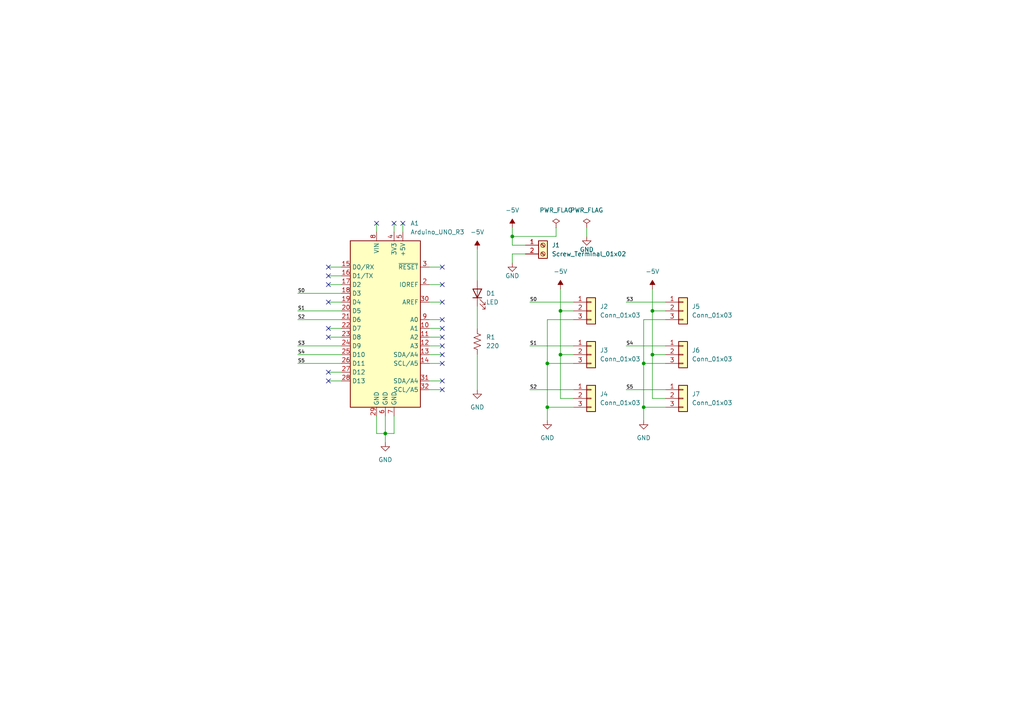
<source format=kicad_sch>
(kicad_sch (version 20230121) (generator eeschema)
  (paper "A4")
  (lib_symbols
    (symbol "Connector:Screw_Terminal_01x02" (pin_names (offset 1.016) hide)
      (property "Reference" "J" (at 0 2.54 0))
      (property "Value" "Screw_Terminal_01x02" (at 0 -5.08 0))
      (symbol "Screw_Terminal_01x02_1_1"
        (rectangle (start -1.27 1.27) (end 1.27 -3.81) (stroke (width 0.254)) (fill (type background)))
        (circle (center 0 -2.54) (radius 0.635) (stroke (width 0.1524)))
        (polyline (pts (xy -0.5334 -2.2098) (xy 0.3302 -3.048)) (stroke (width 0.1524)))
        (polyline (pts (xy -0.5334 0.3302) (xy 0.3302 -0.508)) (stroke (width 0.1524)))
        (polyline (pts (xy -0.3556 -2.032) (xy 0.508 -2.8702)) (stroke (width 0.1524)))
        (polyline (pts (xy -0.3556 0.508) (xy 0.508 -0.3302)) (stroke (width 0.1524)))
        (circle (center 0 0) (radius 0.635) (stroke (width 0.1524)))
        (pin passive line (at -5.08 0 0) (length 3.81) (name "Pin_1") (number "1"))
        (pin passive line (at -5.08 -2.54 0) (length 3.81) (name "Pin_2") (number "2"))
      )
    )
    (symbol "Connector_Generic:Conn_01x03" (pin_names (offset 1.016) hide)
      (property "Reference" "J" (at 0 5.08 0))
      (property "Value" "Conn_01x03" (at 0 -5.08 0))
      (symbol "Conn_01x03_1_1"
        (rectangle (start -1.27 -2.413) (end 0 -2.667) (stroke (width 0.1524)))
        (rectangle (start -1.27 0.127) (end 0 -0.127) (stroke (width 0.1524)))
        (rectangle (start -1.27 2.667) (end 0 2.413) (stroke (width 0.1524)))
        (rectangle (start -1.27 3.81) (end 1.27 -3.81) (stroke (width 0.254)) (fill (type background)))
        (pin passive line (at -5.08 2.54 0) (length 3.81) (name "Pin_1") (number "1"))
        (pin passive line (at -5.08 0 0) (length 3.81) (name "Pin_2") (number "2"))
        (pin passive line (at -5.08 -2.54 0) (length 3.81) (name "Pin_3") (number "3"))
      )
    )
    (symbol "Device:LED" (pin_numbers hide) (pin_names (offset 1.016) hide)
      (property "Reference" "D" (at 0 2.54 0))
      (property "Value" "LED" (at 0 -2.54 0))
      (symbol "LED_0_1"
        (polyline (pts (xy -1.27 -1.27) (xy -1.27 1.27)) (stroke (width 0.254)))
        (polyline (pts (xy -1.27 0) (xy 1.27 0)))
        (polyline (pts (xy 1.27 -1.27) (xy 1.27 1.27) (xy -1.27 0) (xy 1.27 -1.27)) (stroke (width 0.254)))
        (polyline (pts (xy -3.048 -0.762) (xy -4.572 -2.286) (xy -3.81 -2.286) (xy -4.572 -2.286) (xy -4.572 -1.524)))
        (polyline (pts (xy -1.778 -0.762) (xy -3.302 -2.286) (xy -2.54 -2.286) (xy -3.302 -2.286) (xy -3.302 -1.524)))
      )
      (symbol "LED_1_1"
        (pin passive line (at -3.81 0 0) (length 2.54) (name "K") (number "1"))
        (pin passive line (at 3.81 0 180) (length 2.54) (name "A") (number "2"))
      )
    )
    (symbol "Device:R_US" (pin_numbers hide) (pin_names (offset 0))
      (property "Reference" "R" (at 2.54 0 90))
      (property "Value" "R_US" (at -2.54 0 90))
      (symbol "R_US_0_1"
        (polyline (pts (xy 0 -2.286) (xy 0 -2.54)))
        (polyline (pts (xy 0 2.286) (xy 0 2.54)))
        (polyline (pts (xy 0 -0.762) (xy 1.016 -1.143) (xy 0 -1.524) (xy -1.016 -1.905) (xy 0 -2.286)))
        (polyline (pts (xy 0 0.762) (xy 1.016 0.381) (xy 0 0) (xy -1.016 -0.381) (xy 0 -0.762)))
        (polyline (pts (xy 0 2.286) (xy 1.016 1.905) (xy 0 1.524) (xy -1.016 1.143) (xy 0 0.762)))
      )
      (symbol "R_US_1_1"
        (pin passive line (at 0 3.81 270) (length 1.27) (name "~") (number "1"))
        (pin passive line (at 0 -3.81 90) (length 1.27) (name "~") (number "2"))
      )
    )
    (symbol "MCU_Module:Arduino_UNO_R3"
      (property "Reference" "A" (at -10.16 23.495 0))
      (property "Value" "Arduino_UNO_R3" (at 5.08 -26.67 0))
      (symbol "Arduino_UNO_R3_0_1"
        (rectangle (start -10.16 22.86) (end 10.16 -25.4) (stroke (width 0.254)) (fill (type background)))
      )
      (symbol "Arduino_UNO_R3_1_1"
        (pin no_connect line (at -10.16 -20.32 0) (length 2.54) hide (name "NC") (number "1"))
        (pin bidirectional line (at 12.7 -2.54 180) (length 2.54) (name "A1") (number "10"))
        (pin bidirectional line (at 12.7 -5.08 180) (length 2.54) (name "A2") (number "11"))
        (pin bidirectional line (at 12.7 -7.62 180) (length 2.54) (name "A3") (number "12"))
        (pin bidirectional line (at 12.7 -10.16 180) (length 2.54) (name "SDA/A4") (number "13"))
        (pin bidirectional line (at 12.7 -12.7 180) (length 2.54) (name "SCL/A5") (number "14"))
        (pin bidirectional line (at -12.7 15.24 0) (length 2.54) (name "D0/RX") (number "15"))
        (pin bidirectional line (at -12.7 12.7 0) (length 2.54) (name "D1/TX") (number "16"))
        (pin bidirectional line (at -12.7 10.16 0) (length 2.54) (name "D2") (number "17"))
        (pin bidirectional line (at -12.7 7.62 0) (length 2.54) (name "D3") (number "18"))
        (pin bidirectional line (at -12.7 5.08 0) (length 2.54) (name "D4") (number "19"))
        (pin output line (at 12.7 10.16 180) (length 2.54) (name "IOREF") (number "2"))
        (pin bidirectional line (at -12.7 2.54 0) (length 2.54) (name "D5") (number "20"))
        (pin bidirectional line (at -12.7 0 0) (length 2.54) (name "D6") (number "21"))
        (pin bidirectional line (at -12.7 -2.54 0) (length 2.54) (name "D7") (number "22"))
        (pin bidirectional line (at -12.7 -5.08 0) (length 2.54) (name "D8") (number "23"))
        (pin bidirectional line (at -12.7 -7.62 0) (length 2.54) (name "D9") (number "24"))
        (pin bidirectional line (at -12.7 -10.16 0) (length 2.54) (name "D10") (number "25"))
        (pin bidirectional line (at -12.7 -12.7 0) (length 2.54) (name "D11") (number "26"))
        (pin bidirectional line (at -12.7 -15.24 0) (length 2.54) (name "D12") (number "27"))
        (pin bidirectional line (at -12.7 -17.78 0) (length 2.54) (name "D13") (number "28"))
        (pin power_in line (at -2.54 -27.94 90) (length 2.54) (name "GND") (number "29"))
        (pin input line (at 12.7 15.24 180) (length 2.54) (name "~{RESET}") (number "3"))
        (pin input line (at 12.7 5.08 180) (length 2.54) (name "AREF") (number "30"))
        (pin bidirectional line (at 12.7 -17.78 180) (length 2.54) (name "SDA/A4") (number "31"))
        (pin bidirectional line (at 12.7 -20.32 180) (length 2.54) (name "SCL/A5") (number "32"))
        (pin power_out line (at 2.54 25.4 270) (length 2.54) (name "3V3") (number "4"))
        (pin power_out line (at 5.08 25.4 270) (length 2.54) (name "+5V") (number "5"))
        (pin power_in line (at 0 -27.94 90) (length 2.54) (name "GND") (number "6"))
        (pin power_in line (at 2.54 -27.94 90) (length 2.54) (name "GND") (number "7"))
        (pin power_in line (at -2.54 25.4 270) (length 2.54) (name "VIN") (number "8"))
        (pin bidirectional line (at 12.7 0 180) (length 2.54) (name "A0") (number "9"))
      )
    )
    (symbol "power:-5V" (power) (pin_names (offset 0))
      (property "Value" "-5V" (at 0 3.81 0))
      (symbol "-5V_0_0"
        (pin power_in line (at 0 0 90) (length 0) hide (name "-5V") (number "1"))
      )
      (symbol "-5V_0_1"
        (polyline (pts (xy 0 0) (xy 0 1.27) (xy 0.762 1.27) (xy 0 2.54) (xy -0.762 1.27) (xy 0 1.27)) (fill (type outline)))
      )
    )
    (symbol "power:GND" (power) (pin_names (offset 0))
      (property "Value" "GND" (at 0 -3.81 0))
      (symbol "GND_0_1"
        (polyline (pts (xy 0 0) (xy 0 -1.27) (xy 1.27 -1.27) (xy 0 -2.54) (xy -1.27 -1.27) (xy 0 -1.27)))
      )
      (symbol "GND_1_1"
        (pin power_in line (at 0 0 270) (length 0) hide (name "GND") (number "1"))
      )
    )
    (symbol "power:PWR_FLAG" (power) (pin_numbers hide) (pin_names (offset 0) hide)
      (property "Value" "PWR_FLAG" (at 0 3.81 0))
      (symbol "PWR_FLAG_0_0"
        (pin power_out line (at 0 0 90) (length 0) (name "pwr") (number "1"))
      )
      (symbol "PWR_FLAG_0_1"
        (polyline (pts (xy 0 0) (xy 0 1.27) (xy -1.016 1.905) (xy 0 2.54) (xy 1.016 1.905) (xy 0 1.27)))
      )
    )
  )
  (junction (at 162.56 102.87))
  (junction (at 189.23 90.17))
  (junction (at 162.56 90.17))
  (junction (at 189.23 102.87))
  (junction (at 111.76 125.73))
  (junction (at 186.69 118.11))
  (junction (at 158.75 105.41))
  (junction (at 186.69 105.41))
  (junction (at 158.75 118.11))
  (junction (at 148.59 68.58))
  (no_connect (at 95.25 107.95))
  (no_connect (at 95.25 97.79))
  (no_connect (at 95.25 95.25))
  (no_connect (at 128.27 105.41))
  (no_connect (at 128.27 82.55))
  (no_connect (at 109.22 64.77))
  (no_connect (at 128.27 87.63))
  (no_connect (at 128.27 77.47))
  (no_connect (at 128.27 95.25))
  (no_connect (at 128.27 102.87))
  (no_connect (at 95.25 87.63))
  (no_connect (at 95.25 82.55))
  (no_connect (at 95.25 110.49))
  (no_connect (at 128.27 100.33))
  (no_connect (at 95.25 77.47))
  (no_connect (at 128.27 92.71))
  (no_connect (at 128.27 110.49))
  (no_connect (at 114.3 64.77))
  (no_connect (at 116.84 64.77))
  (no_connect (at 128.27 97.79))
  (no_connect (at 95.25 80.01))
  (no_connect (at 128.27 113.03))
  (wire (pts (xy 193.04 105.41) (xy 186.69 105.41)))
  (wire (pts (xy 189.23 83.82) (xy 189.23 90.17)))
  (wire (pts (xy 109.22 125.73) (xy 111.76 125.73)))
  (wire (pts (xy 158.75 118.11) (xy 158.75 121.92)))
  (wire (pts (xy 111.76 125.73) (xy 111.76 128.27)))
  (wire (pts (xy 181.61 100.33) (xy 193.04 100.33)))
  (wire (pts (xy 109.22 120.65) (xy 109.22 125.73)))
  (wire (pts (xy 95.25 80.01) (xy 99.06 80.01)))
  (wire (pts (xy 114.3 120.65) (xy 114.3 125.73)))
  (wire (pts (xy 116.84 64.77) (xy 116.84 67.31)))
  (wire (pts (xy 181.61 113.03) (xy 193.04 113.03)))
  (wire (pts (xy 124.46 113.03) (xy 128.27 113.03)))
  (wire (pts (xy 193.04 92.71) (xy 186.69 92.71)))
  (wire (pts (xy 148.59 73.66) (xy 148.59 76.2)))
  (wire (pts (xy 138.43 102.87) (xy 138.43 113.03)))
  (wire (pts (xy 109.22 64.77) (xy 109.22 67.31)))
  (wire (pts (xy 86.36 105.41) (xy 99.06 105.41)))
  (wire (pts (xy 152.4 71.12) (xy 148.59 71.12)))
  (wire (pts (xy 166.37 92.71) (xy 158.75 92.71)))
  (wire (pts (xy 86.36 100.33) (xy 99.06 100.33)))
  (wire (pts (xy 124.46 77.47) (xy 128.27 77.47)))
  (wire (pts (xy 124.46 100.33) (xy 128.27 100.33)))
  (wire (pts (xy 189.23 90.17) (xy 193.04 90.17)))
  (wire (pts (xy 161.29 68.58) (xy 148.59 68.58)))
  (wire (pts (xy 124.46 87.63) (xy 128.27 87.63)))
  (wire (pts (xy 138.43 72.39) (xy 138.43 81.28)))
  (wire (pts (xy 148.59 71.12) (xy 148.59 68.58)))
  (wire (pts (xy 124.46 95.25) (xy 128.27 95.25)))
  (wire (pts (xy 162.56 83.82) (xy 162.56 90.17)))
  (wire (pts (xy 148.59 68.58) (xy 148.59 66.04)))
  (wire (pts (xy 95.25 107.95) (xy 99.06 107.95)))
  (wire (pts (xy 189.23 90.17) (xy 189.23 102.87)))
  (wire (pts (xy 95.25 77.47) (xy 99.06 77.47)))
  (wire (pts (xy 95.25 110.49) (xy 99.06 110.49)))
  (wire (pts (xy 162.56 90.17) (xy 166.37 90.17)))
  (wire (pts (xy 186.69 92.71) (xy 186.69 105.41)))
  (wire (pts (xy 161.29 66.04) (xy 161.29 68.58)))
  (wire (pts (xy 153.67 113.03) (xy 166.37 113.03)))
  (wire (pts (xy 186.69 105.41) (xy 186.69 118.11)))
  (wire (pts (xy 114.3 64.77) (xy 114.3 67.31)))
  (wire (pts (xy 189.23 115.57) (xy 193.04 115.57)))
  (wire (pts (xy 86.36 102.87) (xy 99.06 102.87)))
  (wire (pts (xy 138.43 88.9) (xy 138.43 95.25)))
  (wire (pts (xy 166.37 118.11) (xy 158.75 118.11)))
  (wire (pts (xy 153.67 100.33) (xy 166.37 100.33)))
  (wire (pts (xy 114.3 125.73) (xy 111.76 125.73)))
  (wire (pts (xy 193.04 118.11) (xy 186.69 118.11)))
  (wire (pts (xy 153.67 87.63) (xy 166.37 87.63)))
  (wire (pts (xy 162.56 115.57) (xy 166.37 115.57)))
  (wire (pts (xy 186.69 118.11) (xy 186.69 121.92)))
  (wire (pts (xy 111.76 120.65) (xy 111.76 125.73)))
  (wire (pts (xy 124.46 110.49) (xy 128.27 110.49)))
  (wire (pts (xy 86.36 90.17) (xy 99.06 90.17)))
  (wire (pts (xy 95.25 87.63) (xy 99.06 87.63)))
  (wire (pts (xy 170.18 66.04) (xy 170.18 68.58)))
  (wire (pts (xy 158.75 105.41) (xy 166.37 105.41)))
  (wire (pts (xy 86.36 85.09) (xy 99.06 85.09)))
  (wire (pts (xy 95.25 97.79) (xy 99.06 97.79)))
  (wire (pts (xy 189.23 102.87) (xy 189.23 115.57)))
  (wire (pts (xy 162.56 102.87) (xy 166.37 102.87)))
  (wire (pts (xy 162.56 90.17) (xy 162.56 102.87)))
  (wire (pts (xy 162.56 102.87) (xy 162.56 115.57)))
  (wire (pts (xy 124.46 92.71) (xy 128.27 92.71)))
  (wire (pts (xy 86.36 92.71) (xy 99.06 92.71)))
  (wire (pts (xy 124.46 97.79) (xy 128.27 97.79)))
  (wire (pts (xy 95.25 95.25) (xy 99.06 95.25)))
  (wire (pts (xy 152.4 73.66) (xy 148.59 73.66)))
  (wire (pts (xy 124.46 105.41) (xy 128.27 105.41)))
  (wire (pts (xy 158.75 105.41) (xy 158.75 118.11)))
  (wire (pts (xy 189.23 102.87) (xy 193.04 102.87)))
  (wire (pts (xy 124.46 102.87) (xy 128.27 102.87)))
  (wire (pts (xy 181.61 87.63) (xy 193.04 87.63)))
  (wire (pts (xy 124.46 82.55) (xy 128.27 82.55)))
  (wire (pts (xy 95.25 82.55) (xy 99.06 82.55)))
  (wire (pts (xy 158.75 92.71) (xy 158.75 105.41)))
  (label "S0" (at 86.36 85.09 0) (effects (font (size 1 1))))
  (label "S2" (at 153.67 113.03 0) (effects (font (size 1 1))))
  (label "S1" (at 153.67 100.33 0) (effects (font (size 1 1))))
  (label "S4" (at 86.36 102.87 0) (effects (font (size 1 1))))
  (label "S4" (at 181.61 100.33 0) (effects (font (size 1 1))))
  (label "S5" (at 181.61 113.03 0) (effects (font (size 1 1))))
  (label "S3" (at 181.61 87.63 0) (effects (font (size 1 1))))
  (label "S0" (at 153.67 87.63 0) (effects (font (size 1 1))))
  (label "S5" (at 86.36 105.41 0) (effects (font (size 1 1))))
  (label "S3" (at 86.36 100.33 0) (effects (font (size 1 1))))
  (label "S2" (at 86.36 92.71 0) (effects (font (size 1 1))))
  (label "S1" (at 86.36 90.17 0) (effects (font (size 1 1))))
  (symbol (lib_id "power:-5V") (at 138.43 72.39 0) (unit 1)
    (property "Reference" "#PWR02" (effects hide))
    (property "Value" "-5V" (at 138.43 67.31 0))
  )
  (symbol (lib_id "power:-5V") (at 162.56 83.82 0) (unit 1)
    (property "Reference" "#PWR07" (effects hide))
    (property "Value" "-5V" (at 162.56 78.74 0))
  )
  (symbol (lib_id "MCU_Module:Arduino_UNO_R3") (at 111.76 92.71 0) (unit 1)
    (property "Reference" "A1" (at 119.0341 64.77 0) (effects (justify left)))
    (property "Value" "Arduino_UNO_R3" (at 119.0341 67.31 0) (effects (justify left)))
    (property "Footprint" "Module:Arduino_UNO_R3" (effects hide))
    (property "Datasheet" "https://www.arduino.cc/en/Main/arduinoBoardUno" (effects hide))
  )
  (symbol (lib_id "power:PWR_FLAG") (at 170.18 66.04 0) (unit 1)
    (property "Reference" "#FLG02" (effects hide))
    (property "Value" "PWR_FLAG" (at 170.18 60.96 0))
  )
  (symbol (lib_id "power:GND") (at 186.69 121.92 0) (unit 1)
    (property "Reference" "#PWR08" (effects hide))
    (property "Value" "GND" (at 186.69 127 0))
  )
  (symbol (lib_id "power:GND") (at 148.59 76.2 0) (unit 1)
    (property "Reference" "#PWR05" (effects hide))
    (property "Value" "GND" (at 148.59 80.01 0))
  )
  (symbol (lib_id "power:GND") (at 138.43 113.03 0) (unit 1)
    (property "Reference" "#PWR03" (effects hide))
    (property "Value" "GND" (at 138.43 118.11 0))
  )
  (symbol (lib_id "Connector_Generic:Conn_01x03") (at 171.45 115.57 0) (unit 1)
    (property "Reference" "J4" (at 173.99 114.3 0) (effects (justify left)))
    (property "Value" "Conn_01x03" (at 173.99 116.84 0) (effects (justify left)))
    (property "Footprint" "Connector_PinSocket_2.54mm:PinSocket_1x03_P2.54mm_Vertical" (effects hide))
  )
  (symbol (lib_id "Connector_Generic:Conn_01x03") (at 198.12 102.87 0) (unit 1)
    (property "Reference" "J6" (at 200.66 101.6 0) (effects (justify left)))
    (property "Value" "Conn_01x03" (at 200.66 104.14 0) (effects (justify left)))
    (property "Footprint" "Connector_PinSocket_2.54mm:PinSocket_1x03_P2.54mm_Vertical" (effects hide))
  )
  (symbol (lib_id "Device:LED") (at 138.43 85.09 90) (unit 1)
    (property "Reference" "D1" (at 140.97 85.09 90) (effects (justify right)))
    (property "Value" "LED" (at 140.97 87.63 90) (effects (justify right)))
    (property "Footprint" "LED_THT:LED_D5.0mm" (effects hide))
  )
  (symbol (lib_id "Connector:Screw_Terminal_01x02") (at 157.48 71.12 0) (unit 1)
    (property "Reference" "J1" (at 160.02 71.12 0) (effects (justify left)))
    (property "Value" "Screw_Terminal_01x02" (at 160.02 73.66 0) (effects (justify left)))
    (property "Footprint" "TerminalBlock_Phoenix:TerminalBlock_Phoenix_MKDS-1,5-2_1x02_P5.00mm_Horizontal" (effects hide))
  )
  (symbol (lib_id "Device:R_US") (at 138.43 99.06 0) (unit 1)
    (property "Reference" "R1" (at 140.97 97.79 0) (effects (justify left)))
    (property "Value" "220" (at 140.97 100.33 0) (effects (justify left)))
    (property "Footprint" "Capacitor_THT:C_Disc_D5.0mm_W2.5mm_P5.00mm" (effects hide))
  )
  (symbol (lib_id "Connector_Generic:Conn_01x03") (at 198.12 115.57 0) (unit 1)
    (property "Reference" "J7" (at 200.66 114.3 0) (effects (justify left)))
    (property "Value" "Conn_01x03" (at 200.66 116.84 0) (effects (justify left)))
    (property "Footprint" "Connector_PinSocket_2.54mm:PinSocket_1x03_P2.54mm_Vertical" (effects hide))
  )
  (symbol (lib_id "Connector_Generic:Conn_01x03") (at 171.45 90.17 0) (unit 1)
    (property "Reference" "J2" (at 173.99 88.9 0) (effects (justify left)))
    (property "Value" "Conn_01x03" (at 173.99 91.44 0) (effects (justify left)))
    (property "Footprint" "Connector_PinSocket_2.54mm:PinSocket_1x03_P2.54mm_Vertical" (effects hide))
  )
  (symbol (lib_id "power:-5V") (at 148.59 66.04 0) (unit 1)
    (property "Reference" "#PWR04" (effects hide))
    (property "Value" "-5V" (at 148.59 60.96 0))
  )
  (symbol (lib_id "power:GND") (at 170.18 68.58 0) (unit 1)
    (property "Reference" "#PWR010" (effects hide))
    (property "Value" "GND" (at 170.18 72.39 0))
  )
  (symbol (lib_id "power:GND") (at 158.75 121.92 0) (unit 1)
    (property "Reference" "#PWR06" (effects hide))
    (property "Value" "GND" (at 158.75 127 0))
  )
  (symbol (lib_id "power:GND") (at 111.76 128.27 0) (unit 1)
    (property "Reference" "#PWR01" (effects hide))
    (property "Value" "GND" (at 111.76 133.35 0))
  )
  (symbol (lib_id "Connector_Generic:Conn_01x03") (at 198.12 90.17 0) (unit 1)
    (property "Reference" "J5" (at 200.66 88.9 0) (effects (justify left)))
    (property "Value" "Conn_01x03" (at 200.66 91.44 0) (effects (justify left)))
    (property "Footprint" "Connector_PinSocket_2.54mm:PinSocket_1x03_P2.54mm_Vertical" (effects hide))
  )
  (symbol (lib_id "Connector_Generic:Conn_01x03") (at 171.45 102.87 0) (unit 1)
    (property "Reference" "J3" (at 173.99 101.6 0) (effects (justify left)))
    (property "Value" "Conn_01x03" (at 173.99 104.14 0) (effects (justify left)))
    (property "Footprint" "Connector_PinSocket_2.54mm:PinSocket_1x03_P2.54mm_Vertical" (effects hide))
  )
  (symbol (lib_id "power:PWR_FLAG") (at 161.29 66.04 0) (unit 1)
    (property "Reference" "#FLG01" (effects hide))
    (property "Value" "PWR_FLAG" (at 161.29 60.96 0))
  )
  (symbol (lib_id "power:-5V") (at 189.23 83.82 0) (unit 1)
    (property "Reference" "#PWR09" (effects hide))
    (property "Value" "-5V" (at 189.23 78.74 0))
  )
)
</source>
